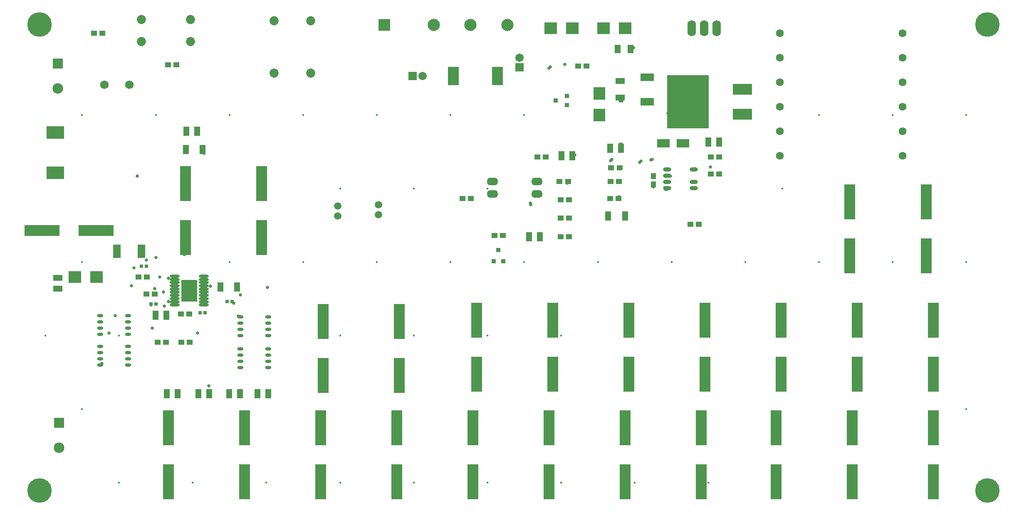
<source format=gbr>
%TF.GenerationSoftware,Altium Limited,Altium Designer,20.0.13 (296)*%
G04 Layer_Color=8388736*
%FSLAX45Y45*%
%MOMM*%
%TF.FileFunction,Soldermask,Top*%
%TF.Part,Single*%
G01*
G75*
%TA.AperFunction,ComponentPad*%
%ADD52C,2.47320*%
%ADD53R,2.47320X2.47320*%
%ADD54C,1.50320*%
%ADD55C,5.00000*%
%ADD56R,2.15320X2.15320*%
%ADD57C,2.15320*%
%ADD58C,1.72720*%
%ADD59R,1.70320X1.70320*%
%ADD60C,1.70320*%
%ADD61R,1.70320X1.70320*%
%ADD62C,1.60320*%
%ADD63C,1.85320*%
%ADD64O,1.72720X3.25120*%
%TA.AperFunction,ViaPad*%
%ADD65C,0.40320*%
%ADD66C,0.65520*%
%TA.AperFunction,SMDPad,CuDef*%
%ADD82R,8.58320X10.86320*%
%ADD83R,4.01320X2.23520*%
%ADD84R,3.20320X4.40320*%
%ADD85O,1.98320X0.62320*%
%ADD86R,2.20320X7.20320*%
%ADD87R,7.20320X2.20320*%
%ADD88R,2.54000X2.34000*%
%ADD89R,2.34000X2.54000*%
%ADD90R,3.60320X2.60320*%
%ADD91O,1.25320X0.65320*%
%ADD92R,2.54000X1.74000*%
%ADD93R,2.20320X3.70320*%
%ADD94R,2.70320X1.60320*%
%ADD95R,1.60320X2.70320*%
%ADD96R,1.20320X1.75320*%
%ADD97R,1.30000X1.90000*%
%ADD98R,1.20000X1.10000*%
%ADD99O,1.65320X0.80320*%
%ADD100R,1.90000X1.30000*%
%ADD101R,1.10000X1.20000*%
%ADD102O,2.30320X1.60320*%
%ADD103R,0.90000X0.90000*%
%ADD104R,0.90000X0.90000*%
%ADD105R,0.80320X0.70320*%
D52*
X9875000Y-360000D02*
D03*
X9125000D02*
D03*
X8375000D02*
D03*
D53*
X7375000D02*
D03*
D54*
X7250000Y-4025000D02*
D03*
Y-4225000D02*
D03*
X6425000Y-4050000D02*
D03*
Y-4250000D02*
D03*
D55*
X19650000Y-350000D02*
D03*
Y-9850000D02*
D03*
X350000Y-350000D02*
D03*
Y-9850000D02*
D03*
D56*
X725000Y-1150000D02*
D03*
X750000Y-8467000D02*
D03*
D57*
X725000Y-1658000D02*
D03*
X750000Y-8975000D02*
D03*
D58*
X2179000Y-1575000D02*
D03*
X1671000D02*
D03*
D59*
X10125000Y-1225000D02*
D03*
D60*
Y-1025000D02*
D03*
X8150000Y-1400000D02*
D03*
D61*
X7950000D02*
D03*
D62*
X15425000Y-525000D02*
D03*
Y-1025000D02*
D03*
Y-1525000D02*
D03*
Y-2025000D02*
D03*
Y-2525000D02*
D03*
Y-3025000D02*
D03*
X17925000Y-525000D02*
D03*
Y-1025000D02*
D03*
Y-1525000D02*
D03*
Y-2025000D02*
D03*
Y-2525000D02*
D03*
Y-3025000D02*
D03*
D63*
X2425000Y-700000D02*
D03*
X3425000D02*
D03*
Y-250000D02*
D03*
X2425000D02*
D03*
X5875000Y-1345000D02*
D03*
X5125000D02*
D03*
Y-275000D02*
D03*
X5875000D02*
D03*
D64*
X14133000Y-425000D02*
D03*
X13878999D02*
D03*
X13625000D02*
D03*
D65*
X19220001Y-2192500D02*
D03*
Y-5192500D02*
D03*
Y-8192500D02*
D03*
X17720001Y-2192500D02*
D03*
Y-5192500D02*
D03*
X16220001Y-2192500D02*
D03*
X15470001Y-3692500D02*
D03*
X16220001Y-5192500D02*
D03*
X14720001D02*
D03*
X13970001Y-9692500D02*
D03*
X13220000Y-5192500D02*
D03*
X12470000Y-9692500D02*
D03*
X11720000Y-5192500D02*
D03*
X10970000Y-6692500D02*
D03*
Y-9692500D02*
D03*
X10220000Y-2192500D02*
D03*
X9470000Y-3692500D02*
D03*
X10220000Y-5192500D02*
D03*
X9470000Y-6692500D02*
D03*
Y-9692500D02*
D03*
X8720000Y-2192500D02*
D03*
X7970000Y-3692500D02*
D03*
X8720000Y-5192500D02*
D03*
X7970000Y-6692500D02*
D03*
Y-9692500D02*
D03*
X7220000Y-2192500D02*
D03*
X6470000Y-3692500D02*
D03*
X7220000Y-5192500D02*
D03*
X6470000Y-6692500D02*
D03*
Y-9692500D02*
D03*
X5720000Y-2192500D02*
D03*
Y-5192500D02*
D03*
X4970000Y-9692500D02*
D03*
X4220000Y-2192500D02*
D03*
Y-5192500D02*
D03*
X3470000Y-9692500D02*
D03*
X2720000Y-2192500D02*
D03*
X1970000Y-6692500D02*
D03*
Y-9692500D02*
D03*
X1220000Y-2192500D02*
D03*
Y-5192500D02*
D03*
X470000Y-6692500D02*
D03*
X1220000Y-8192500D02*
D03*
D66*
X11975000Y-3125000D02*
D03*
X12000000Y-3100000D02*
D03*
X2895608Y-6087724D02*
D03*
X6107204Y-6331801D02*
D03*
X4400206Y-6293301D02*
D03*
X4307204Y-6031801D02*
D03*
X2975000Y-6000000D02*
D03*
Y-5525000D02*
D03*
X3295608Y-5037725D02*
D03*
X3320608Y-4712725D02*
D03*
X2345608Y-3437725D02*
D03*
X2270608Y-5312724D02*
D03*
X2625000Y-6062700D02*
D03*
X2645608Y-6537725D02*
D03*
X4995608Y-5712725D02*
D03*
X4445608Y-5862725D02*
D03*
X10745608Y-1212725D02*
D03*
X10720608Y-1237725D02*
D03*
X9570002Y-3802002D02*
D03*
X12145608Y-3862725D02*
D03*
X12140606Y-3887725D02*
D03*
X12170608Y-3562725D02*
D03*
X12145608D02*
D03*
X11045608Y-1162725D02*
D03*
X10345608Y-3987725D02*
D03*
X11095608Y-3587725D02*
D03*
X11220608Y-3012725D02*
D03*
X12205608Y-1912724D02*
D03*
X12170608Y-1912725D02*
D03*
X12195608Y-2787725D02*
D03*
X12170608D02*
D03*
X12595608Y-3137725D02*
D03*
X12570608Y-3162725D02*
D03*
X12825000Y-3100000D02*
D03*
X13120609Y-3712725D02*
D03*
X13095609D02*
D03*
X12845609Y-3662725D02*
D03*
X13695609Y-3287725D02*
D03*
X14010614Y-3257726D02*
D03*
X13195609Y-3437725D02*
D03*
X13670609Y-3312725D02*
D03*
X12795608Y-3112725D02*
D03*
X11245608Y-3012724D02*
D03*
X13145609Y-2162725D02*
D03*
X3832205Y-5681801D02*
D03*
X1895608Y-6287725D02*
D03*
X1770608Y-6637725D02*
D03*
X1620608Y-7262725D02*
D03*
X2225000Y-5675000D02*
D03*
X2725000Y-5100000D02*
D03*
X2525000Y-5150000D02*
D03*
X1570608Y-5412725D02*
D03*
X12439998Y-825000D02*
D03*
X11105614Y-3545227D02*
D03*
X10349999Y-4024999D02*
D03*
X3795608Y-7712724D02*
D03*
X3570608Y-6637725D02*
D03*
X2695608Y-5738198D02*
D03*
X3700000Y-2975000D02*
D03*
X2876601Y-5803201D02*
D03*
X2799991Y-5499991D02*
D03*
D82*
X13550000Y-1925000D02*
D03*
D83*
X14660001Y-2179000D02*
D03*
Y-1671000D02*
D03*
D84*
X3400000Y-5775000D02*
D03*
D85*
X3697000Y-6067500D02*
D03*
Y-6002500D02*
D03*
Y-5937500D02*
D03*
Y-5872500D02*
D03*
Y-5807500D02*
D03*
Y-5742500D02*
D03*
Y-5677500D02*
D03*
Y-5612500D02*
D03*
Y-5547500D02*
D03*
Y-5482500D02*
D03*
X3103000Y-6067500D02*
D03*
Y-6002500D02*
D03*
Y-5937500D02*
D03*
Y-5872500D02*
D03*
Y-5807500D02*
D03*
Y-5742500D02*
D03*
Y-5677500D02*
D03*
Y-5612500D02*
D03*
Y-5547500D02*
D03*
Y-5482500D02*
D03*
D86*
X18550000Y-9675000D02*
D03*
Y-8575000D02*
D03*
X16900008Y-9670001D02*
D03*
Y-8570001D02*
D03*
X15350011Y-9670001D02*
D03*
Y-8570001D02*
D03*
X13825015Y-9670001D02*
D03*
Y-8570001D02*
D03*
X12275018Y-9670001D02*
D03*
Y-8570001D02*
D03*
X10725021Y-9670001D02*
D03*
Y-8570001D02*
D03*
X9175024Y-9670001D02*
D03*
Y-8570001D02*
D03*
X7625027Y-9670001D02*
D03*
Y-8570001D02*
D03*
X6075030Y-9670001D02*
D03*
Y-8570001D02*
D03*
X4525033Y-9670001D02*
D03*
Y-8570001D02*
D03*
X2975036Y-9670001D02*
D03*
Y-8570001D02*
D03*
X9249961Y-6379999D02*
D03*
Y-7479999D02*
D03*
X10799958Y-6379999D02*
D03*
Y-7479999D02*
D03*
X12349954Y-6379999D02*
D03*
Y-7479999D02*
D03*
X13899951Y-6379999D02*
D03*
Y-7479999D02*
D03*
X15449948Y-6379999D02*
D03*
Y-7479999D02*
D03*
X16999945Y-6379999D02*
D03*
Y-7479999D02*
D03*
X18549942Y-6379999D02*
D03*
Y-7479999D02*
D03*
X4874988Y-4695001D02*
D03*
Y-3595001D02*
D03*
X3324992Y-4695001D02*
D03*
Y-3595001D02*
D03*
X6125033Y-6404999D02*
D03*
Y-7504999D02*
D03*
X7675030Y-6404999D02*
D03*
Y-7504999D02*
D03*
X18399973Y-5070001D02*
D03*
Y-3970001D02*
D03*
X16849976Y-5070001D02*
D03*
Y-3970001D02*
D03*
D87*
X404999Y-4549998D02*
D03*
X1504999D02*
D03*
D88*
X11200000Y-425000D02*
D03*
X10760000D02*
D03*
X11830000D02*
D03*
X12270000D02*
D03*
X1515000Y-5500000D02*
D03*
X1075000D02*
D03*
D89*
X11750000Y-1755000D02*
D03*
Y-2195000D02*
D03*
D90*
X675000Y-2550000D02*
D03*
Y-3370000D02*
D03*
D91*
X1593000Y-6909500D02*
D03*
Y-7036500D02*
D03*
Y-7163500D02*
D03*
Y-7290500D02*
D03*
X2157000Y-6909500D02*
D03*
Y-7036500D02*
D03*
Y-7163500D02*
D03*
Y-7290500D02*
D03*
X1593000Y-6284500D02*
D03*
Y-6411500D02*
D03*
Y-6538500D02*
D03*
Y-6665500D02*
D03*
X2157000Y-6284500D02*
D03*
Y-6411500D02*
D03*
Y-6538500D02*
D03*
Y-6665500D02*
D03*
X4443000Y-6309500D02*
D03*
Y-6436500D02*
D03*
Y-6563500D02*
D03*
Y-6690500D02*
D03*
X5007000Y-6309500D02*
D03*
Y-6436500D02*
D03*
Y-6563500D02*
D03*
Y-6690500D02*
D03*
X4443000Y-6959500D02*
D03*
Y-7086500D02*
D03*
Y-7213500D02*
D03*
Y-7340500D02*
D03*
X5007000Y-6959500D02*
D03*
Y-7086500D02*
D03*
Y-7213500D02*
D03*
Y-7340500D02*
D03*
D92*
X13050000Y-2775000D02*
D03*
X13450000D02*
D03*
D93*
X9675000Y-1400000D02*
D03*
X8775000D02*
D03*
D94*
X12725167Y-1425221D02*
D03*
Y-1925221D02*
D03*
D95*
X1925221Y-4974833D02*
D03*
X2425221D02*
D03*
D96*
X12120000Y-850000D02*
D03*
X12380000D02*
D03*
D97*
X13964999Y-2750000D02*
D03*
X14185001D02*
D03*
X3560000Y-2525000D02*
D03*
X3340000D02*
D03*
X12269997Y-4249999D02*
D03*
X11930003Y-4250001D02*
D03*
X3330003Y-2900001D02*
D03*
X3669997Y-2899999D02*
D03*
X4375000Y-5700000D02*
D03*
X4035006Y-5700003D02*
D03*
X11965000Y-2875000D02*
D03*
X12185000D02*
D03*
X11200001Y-3025000D02*
D03*
X10980000D02*
D03*
X10535000Y-4675000D02*
D03*
X10315000D02*
D03*
X2940000Y-7875000D02*
D03*
X3160000D02*
D03*
X3810000Y-7875000D02*
D03*
X3590000D02*
D03*
X4215037Y-7880000D02*
D03*
X4435037D02*
D03*
X4790035D02*
D03*
X5010036D02*
D03*
X2715000Y-6275000D02*
D03*
X2935000D02*
D03*
D98*
X11314992Y-1199992D02*
D03*
X11484992D02*
D03*
X14185008Y-3050008D02*
D03*
X14015009D02*
D03*
X14014992Y-3399992D02*
D03*
X14184991D02*
D03*
X13769998Y-4424999D02*
D03*
X13599998D02*
D03*
X12135008Y-3900008D02*
D03*
X11965008D02*
D03*
X11980001Y-3550002D02*
D03*
X12150002D02*
D03*
X11110008Y-3550008D02*
D03*
X10940008D02*
D03*
X10964992Y-3924992D02*
D03*
X11134992D02*
D03*
X11135008Y-4675008D02*
D03*
X10965008D02*
D03*
X10660008Y-3050008D02*
D03*
X10490008D02*
D03*
X11135008Y-4300008D02*
D03*
X10965008D02*
D03*
X8964992Y-3899992D02*
D03*
X9134992D02*
D03*
X9785008Y-4650008D02*
D03*
X9615008D02*
D03*
X2364992Y-5499992D02*
D03*
X2534992D02*
D03*
X3400000Y-6250000D02*
D03*
X3230000D02*
D03*
X2925000Y-6825000D02*
D03*
X2755000D02*
D03*
X3239992Y-6824992D02*
D03*
X3409992D02*
D03*
X2964992Y-1174992D02*
D03*
X3134992D02*
D03*
X1635008Y-525008D02*
D03*
X1465008D02*
D03*
X12160008Y-3275008D02*
D03*
X11990008D02*
D03*
X2524997Y-5850001D02*
D03*
X2694998D02*
D03*
D99*
X13672501Y-3690500D02*
D03*
Y-3563500D02*
D03*
Y-3309500D02*
D03*
X13127499Y-3690500D02*
D03*
Y-3563500D02*
D03*
Y-3436500D02*
D03*
Y-3309500D02*
D03*
D100*
X12174999Y-1505003D02*
D03*
X12175001Y-1844997D02*
D03*
X725000Y-5735000D02*
D03*
Y-5515000D02*
D03*
D101*
X12849992Y-3610008D02*
D03*
Y-3440008D02*
D03*
D102*
X9570000Y-3548000D02*
D03*
Y-3802000D02*
D03*
X10480000Y-3548000D02*
D03*
Y-3802000D02*
D03*
D103*
X10862500Y-1900000D02*
D03*
X11087500Y-1805000D02*
D03*
Y-1995000D02*
D03*
D104*
X9694999Y-4950000D02*
D03*
X9789998Y-5175000D02*
D03*
X9599999D02*
D03*
D105*
X3625000Y-6225000D02*
D03*
X3725000D02*
D03*
X2525000Y-5275000D02*
D03*
X2425000D02*
D03*
X2725002Y-6050003D02*
D03*
X2625002D02*
D03*
X4175000Y-6000000D02*
D03*
X4275000D02*
D03*
%TF.MD5,4b9ca9cb8d5a2012d2d928c0d68c6683*%
M02*

</source>
